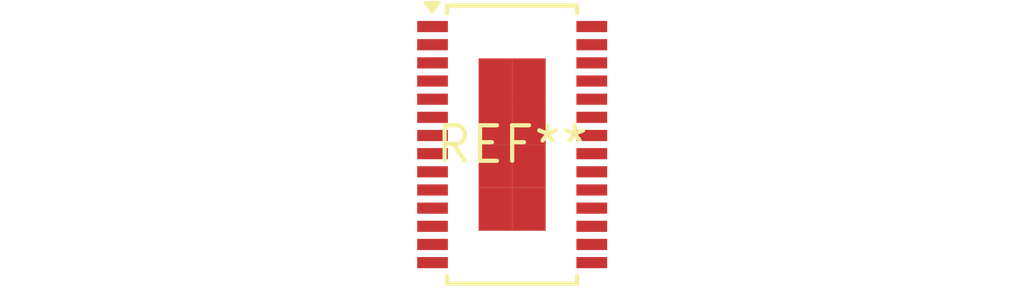
<source format=kicad_pcb>
(kicad_pcb (version 20240108) (generator pcbnew)
  (layers (0 "F.Cu" signal) (31 "B.Cu" signal) (34 "B.Paste" user) (35 "F.Paste" user) (36 "B.SilkS" user "B.Silkscreen") (37 "F.SilkS" user "F.Silkscreen") (38 "B.Mask" user) (39 "F.Mask" user) (44 "Edge.Cuts" user))
  (net 0 "")
  (footprint "TSSOP-28-1EP_4.4x9.7mm_P0.65mm" (layer "F.Cu") (at 0 0)
    (property "Reference" "REF**")
    (property "Value" "TSSOP-28-1EP_4.4x9.7mm_P0.65mm")
    (fp_line (start -2.325 -4.975) (end -2.325 -4.7) (layer "F.SilkS") (stroke (width 0.15)))
    (fp_line (start -2.325 -4.975) (end 2.325 -4.975) (layer "F.SilkS") (stroke (width 0.15)))
    (fp_line (start -2.325 4.975) (end -2.325 4.7) (layer "F.SilkS") (stroke (width 0.15)))
    (fp_line (start -2.325 4.975) (end 2.325 4.975) (layer "F.SilkS") (stroke (width 0.15)))
    (fp_line (start 2.325 -4.975) (end 2.325 -4.7) (layer "F.SilkS") (stroke (width 0.15)))
    (fp_line (start 2.325 4.975) (end 2.325 4.7) (layer "F.SilkS") (stroke (width 0.15)))
    (fp_poly (pts (xy -2.8625 -4.75) (xy -2.6225 -5.08) (xy -3.1025 -5.08) (xy -2.8625 -4.75)) (layer "F.SilkS") (stroke (width 0.12)) (fill solid))
    (pad "1" smd rect (at -2.85 -4.225) (size 1.1 0.4) (layers "F.Cu" "F.Paste" "F.Mask"))
    (pad "2" smd rect (at -2.85 -3.575) (size 1.1 0.4) (layers "F.Cu" "F.Paste" "F.Mask"))
    (pad "3" smd rect (at -2.85 -2.925) (size 1.1 0.4) (layers "F.Cu" "F.Paste" "F.Mask"))
    (pad "4" smd rect (at -2.85 -2.275) (size 1.1 0.4) (layers "F.Cu" "F.Paste" "F.Mask"))
    (pad "5" smd rect (at -2.85 -1.625) (size 1.1 0.4) (layers "F.Cu" "F.Paste" "F.Mask"))
    (pad "6" smd rect (at -2.85 -0.975) (size 1.1 0.4) (layers "F.Cu" "F.Paste" "F.Mask"))
    (pad "7" smd rect (at -2.85 -0.325) (size 1.1 0.4) (layers "F.Cu" "F.Paste" "F.Mask"))
    (pad "8" smd rect (at -2.85 0.325) (size 1.1 0.4) (layers "F.Cu" "F.Paste" "F.Mask"))
    (pad "9" smd rect (at -2.85 0.975) (size 1.1 0.4) (layers "F.Cu" "F.Paste" "F.Mask"))
    (pad "10" smd rect (at -2.85 1.625) (size 1.1 0.4) (layers "F.Cu" "F.Paste" "F.Mask"))
    (pad "11" smd rect (at -2.85 2.275) (size 1.1 0.4) (layers "F.Cu" "F.Paste" "F.Mask"))
    (pad "12" smd rect (at -2.85 2.925) (size 1.1 0.4) (layers "F.Cu" "F.Paste" "F.Mask"))
    (pad "13" smd rect (at -2.85 3.575) (size 1.1 0.4) (layers "F.Cu" "F.Paste" "F.Mask"))
    (pad "14" smd rect (at -2.85 4.225) (size 1.1 0.4) (layers "F.Cu" "F.Paste" "F.Mask"))
    (pad "15" smd rect (at 2.85 4.225) (size 1.1 0.4) (layers "F.Cu" "F.Paste" "F.Mask"))
    (pad "16" smd rect (at 2.85 3.575) (size 1.1 0.4) (layers "F.Cu" "F.Paste" "F.Mask"))
    (pad "17" smd rect (at 2.85 2.925) (size 1.1 0.4) (layers "F.Cu" "F.Paste" "F.Mask"))
    (pad "18" smd rect (at 2.85 2.275) (size 1.1 0.4) (layers "F.Cu" "F.Paste" "F.Mask"))
    (pad "19" smd rect (at 2.85 1.625) (size 1.1 0.4) (layers "F.Cu" "F.Paste" "F.Mask"))
    (pad "20" smd rect (at 2.85 0.975) (size 1.1 0.4) (layers "F.Cu" "F.Paste" "F.Mask"))
    (pad "21" smd rect (at 2.85 0.325) (size 1.1 0.4) (layers "F.Cu" "F.Paste" "F.Mask"))
    (pad "22" smd rect (at 2.85 -0.325) (size 1.1 0.4) (layers "F.Cu" "F.Paste" "F.Mask"))
    (pad "23" smd rect (at 2.85 -0.975) (size 1.1 0.4) (layers "F.Cu" "F.Paste" "F.Mask"))
    (pad "24" smd rect (at 2.85 -1.625) (size 1.1 0.4) (layers "F.Cu" "F.Paste" "F.Mask"))
    (pad "25" smd rect (at 2.85 -2.275) (size 1.1 0.4) (layers "F.Cu" "F.Paste" "F.Mask"))
    (pad "26" smd rect (at 2.85 -2.925) (size 1.1 0.4) (layers "F.Cu" "F.Paste" "F.Mask"))
    (pad "27" smd rect (at 2.85 -3.575) (size 1.1 0.4) (layers "F.Cu" "F.Paste" "F.Mask"))
    (pad "28" smd rect (at 2.85 -4.225) (size 1.1 0.4) (layers "F.Cu" "F.Paste" "F.Mask"))
    (pad "29" smd rect (at -0.6 -2.31375) (size 1.2 1.5425) (layers "F.Cu" "F.Paste" "F.Mask"))
    (pad "29" smd rect (at -0.6 -0.77125) (size 1.2 1.5425) (layers "F.Cu" "F.Paste" "F.Mask"))
    (pad "29" smd rect (at -0.6 0.77125) (size 1.2 1.5425) (layers "F.Cu" "F.Paste" "F.Mask"))
    (pad "29" smd rect (at -0.6 2.31375) (size 1.2 1.5425) (layers "F.Cu" "F.Paste" "F.Mask"))
    (pad "29" smd rect (at 0.6 -2.31375) (size 1.2 1.5425) (layers "F.Cu" "F.Paste" "F.Mask"))
    (pad "29" smd rect (at 0.6 -0.77125) (size 1.2 1.5425) (layers "F.Cu" "F.Paste" "F.Mask"))
    (pad "29" smd rect (at 0.6 0.77125) (size 1.2 1.5425) (layers "F.Cu" "F.Paste" "F.Mask"))
    (pad "29" smd rect (at 0.6 2.31375) (size 1.2 1.5425) (layers "F.Cu" "F.Paste" "F.Mask"))
  )
)
</source>
